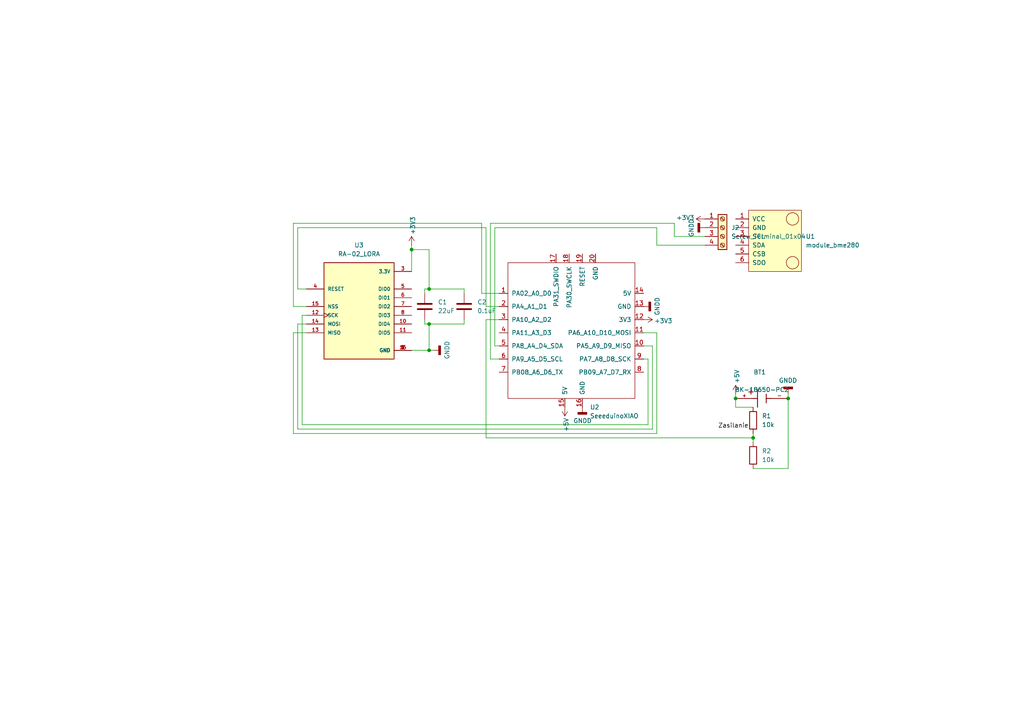
<source format=kicad_sch>
(kicad_sch (version 20230121) (generator eeschema)

  (uuid e5c2ed99-ec94-4e13-8a3f-11ab0b53aa42)

  (paper "A4")

  (lib_symbols
    (symbol "BK-18650-PC2:BK-18650-PC2" (pin_names (offset 1.016)) (in_bom yes) (on_board yes)
      (property "Reference" "BT" (at -3.81 3.81 0)
        (effects (font (size 1.27 1.27)) (justify left bottom))
      )
      (property "Value" "BK-18650-PC2" (at -3.81 -5.08 0)
        (effects (font (size 1.27 1.27)) (justify left bottom))
      )
      (property "Footprint" "BK-18650-PC2:BAT_BK-18650-PC2" (at 0 0 0)
        (effects (font (size 1.27 1.27)) (justify bottom) hide)
      )
      (property "Datasheet" "" (at 0 0 0)
        (effects (font (size 1.27 1.27)) hide)
      )
      (property "MF" "MPD (Memory Protection Devices)" (at 0 0 0)
        (effects (font (size 1.27 1.27)) (justify bottom) hide)
      )
      (property "MAXIMUM_PACKAGE_HEIGHT" "21.41 mm" (at 0 0 0)
        (effects (font (size 1.27 1.27)) (justify bottom) hide)
      )
      (property "Package" "None" (at 0 0 0)
        (effects (font (size 1.27 1.27)) (justify bottom) hide)
      )
      (property "Price" "None" (at 0 0 0)
        (effects (font (size 1.27 1.27)) (justify bottom) hide)
      )
      (property "Check_prices" "https://www.snapeda.com/parts/BK-18650-PC2/Memory+Protection+Devices/view-part/?ref=eda" (at 0 0 0)
        (effects (font (size 1.27 1.27)) (justify bottom) hide)
      )
      (property "STANDARD" "Manufacturer Recommendations" (at 0 0 0)
        (effects (font (size 1.27 1.27)) (justify bottom) hide)
      )
      (property "PARTREV" "F" (at 0 0 0)
        (effects (font (size 1.27 1.27)) (justify bottom) hide)
      )
      (property "SnapEDA_Link" "https://www.snapeda.com/parts/BK-18650-PC2/Memory+Protection+Devices/view-part/?ref=snap" (at 0 0 0)
        (effects (font (size 1.27 1.27)) (justify bottom) hide)
      )
      (property "MP" "BK-18650-PC2" (at 0 0 0)
        (effects (font (size 1.27 1.27)) (justify bottom) hide)
      )
      (property "Description" "\nBattery Holder (Open) 18650 1 Cell PC Pin\n" (at 0 0 0)
        (effects (font (size 1.27 1.27)) (justify bottom) hide)
      )
      (property "Availability" "In Stock" (at 0 0 0)
        (effects (font (size 1.27 1.27)) (justify bottom) hide)
      )
      (property "MANUFACTURER" "MPD" (at 0 0 0)
        (effects (font (size 1.27 1.27)) (justify bottom) hide)
      )
      (symbol "BK-18650-PC2_0_0"
        (polyline
          (pts
            (xy -3.81 1.905)
            (xy -2.54 1.905)
          )
          (stroke (width 0.254) (type default))
          (fill (type none))
        )
        (polyline
          (pts
            (xy -3.175 2.54)
            (xy -3.175 1.27)
          )
          (stroke (width 0.254) (type default))
          (fill (type none))
        )
        (polyline
          (pts
            (xy -1.27 0)
            (xy -2.54 0)
          )
          (stroke (width 0.254) (type default))
          (fill (type none))
        )
        (polyline
          (pts
            (xy -1.27 0)
            (xy -1.27 -2.54)
          )
          (stroke (width 0.254) (type default))
          (fill (type none))
        )
        (polyline
          (pts
            (xy -1.27 2.54)
            (xy -1.27 0)
          )
          (stroke (width 0.254) (type default))
          (fill (type none))
        )
        (polyline
          (pts
            (xy 1.27 0)
            (xy 1.27 -1.27)
          )
          (stroke (width 0.254) (type default))
          (fill (type none))
        )
        (polyline
          (pts
            (xy 1.27 0)
            (xy 2.54 0)
          )
          (stroke (width 0.254) (type default))
          (fill (type none))
        )
        (polyline
          (pts
            (xy 1.27 1.27)
            (xy 1.27 0)
          )
          (stroke (width 0.254) (type default))
          (fill (type none))
        )
        (pin passive line (at -7.62 0 0) (length 5.08)
          (name "~" (effects (font (size 1.016 1.016))))
          (number "+" (effects (font (size 1.016 1.016))))
        )
        (pin passive line (at 7.62 0 180) (length 5.08)
          (name "~" (effects (font (size 1.016 1.016))))
          (number "-" (effects (font (size 1.016 1.016))))
        )
      )
    )
    (symbol "Connector:Screw_Terminal_01x04" (pin_names (offset 1.016) hide) (in_bom yes) (on_board yes)
      (property "Reference" "J" (at 0 5.08 0)
        (effects (font (size 1.27 1.27)))
      )
      (property "Value" "Screw_Terminal_01x04" (at 0 -7.62 0)
        (effects (font (size 1.27 1.27)))
      )
      (property "Footprint" "" (at 0 0 0)
        (effects (font (size 1.27 1.27)) hide)
      )
      (property "Datasheet" "~" (at 0 0 0)
        (effects (font (size 1.27 1.27)) hide)
      )
      (property "ki_keywords" "screw terminal" (at 0 0 0)
        (effects (font (size 1.27 1.27)) hide)
      )
      (property "ki_description" "Generic screw terminal, single row, 01x04, script generated (kicad-library-utils/schlib/autogen/connector/)" (at 0 0 0)
        (effects (font (size 1.27 1.27)) hide)
      )
      (property "ki_fp_filters" "TerminalBlock*:*" (at 0 0 0)
        (effects (font (size 1.27 1.27)) hide)
      )
      (symbol "Screw_Terminal_01x04_1_1"
        (rectangle (start -1.27 3.81) (end 1.27 -6.35)
          (stroke (width 0.254) (type default))
          (fill (type background))
        )
        (circle (center 0 -5.08) (radius 0.635)
          (stroke (width 0.1524) (type default))
          (fill (type none))
        )
        (circle (center 0 -2.54) (radius 0.635)
          (stroke (width 0.1524) (type default))
          (fill (type none))
        )
        (polyline
          (pts
            (xy -0.5334 -4.7498)
            (xy 0.3302 -5.588)
          )
          (stroke (width 0.1524) (type default))
          (fill (type none))
        )
        (polyline
          (pts
            (xy -0.5334 -2.2098)
            (xy 0.3302 -3.048)
          )
          (stroke (width 0.1524) (type default))
          (fill (type none))
        )
        (polyline
          (pts
            (xy -0.5334 0.3302)
            (xy 0.3302 -0.508)
          )
          (stroke (width 0.1524) (type default))
          (fill (type none))
        )
        (polyline
          (pts
            (xy -0.5334 2.8702)
            (xy 0.3302 2.032)
          )
          (stroke (width 0.1524) (type default))
          (fill (type none))
        )
        (polyline
          (pts
            (xy -0.3556 -4.572)
            (xy 0.508 -5.4102)
          )
          (stroke (width 0.1524) (type default))
          (fill (type none))
        )
        (polyline
          (pts
            (xy -0.3556 -2.032)
            (xy 0.508 -2.8702)
          )
          (stroke (width 0.1524) (type default))
          (fill (type none))
        )
        (polyline
          (pts
            (xy -0.3556 0.508)
            (xy 0.508 -0.3302)
          )
          (stroke (width 0.1524) (type default))
          (fill (type none))
        )
        (polyline
          (pts
            (xy -0.3556 3.048)
            (xy 0.508 2.2098)
          )
          (stroke (width 0.1524) (type default))
          (fill (type none))
        )
        (circle (center 0 0) (radius 0.635)
          (stroke (width 0.1524) (type default))
          (fill (type none))
        )
        (circle (center 0 2.54) (radius 0.635)
          (stroke (width 0.1524) (type default))
          (fill (type none))
        )
        (pin passive line (at -5.08 2.54 0) (length 3.81)
          (name "Pin_1" (effects (font (size 1.27 1.27))))
          (number "1" (effects (font (size 1.27 1.27))))
        )
        (pin passive line (at -5.08 0 0) (length 3.81)
          (name "Pin_2" (effects (font (size 1.27 1.27))))
          (number "2" (effects (font (size 1.27 1.27))))
        )
        (pin passive line (at -5.08 -2.54 0) (length 3.81)
          (name "Pin_3" (effects (font (size 1.27 1.27))))
          (number "3" (effects (font (size 1.27 1.27))))
        )
        (pin passive line (at -5.08 -5.08 0) (length 3.81)
          (name "Pin_4" (effects (font (size 1.27 1.27))))
          (number "4" (effects (font (size 1.27 1.27))))
        )
      )
    )
    (symbol "Device:C" (pin_numbers hide) (pin_names (offset 0.254)) (in_bom yes) (on_board yes)
      (property "Reference" "C" (at 0.635 2.54 0)
        (effects (font (size 1.27 1.27)) (justify left))
      )
      (property "Value" "C" (at 0.635 -2.54 0)
        (effects (font (size 1.27 1.27)) (justify left))
      )
      (property "Footprint" "" (at 0.9652 -3.81 0)
        (effects (font (size 1.27 1.27)) hide)
      )
      (property "Datasheet" "~" (at 0 0 0)
        (effects (font (size 1.27 1.27)) hide)
      )
      (property "ki_keywords" "cap capacitor" (at 0 0 0)
        (effects (font (size 1.27 1.27)) hide)
      )
      (property "ki_description" "Unpolarized capacitor" (at 0 0 0)
        (effects (font (size 1.27 1.27)) hide)
      )
      (property "ki_fp_filters" "C_*" (at 0 0 0)
        (effects (font (size 1.27 1.27)) hide)
      )
      (symbol "C_0_1"
        (polyline
          (pts
            (xy -2.032 -0.762)
            (xy 2.032 -0.762)
          )
          (stroke (width 0.508) (type default))
          (fill (type none))
        )
        (polyline
          (pts
            (xy -2.032 0.762)
            (xy 2.032 0.762)
          )
          (stroke (width 0.508) (type default))
          (fill (type none))
        )
      )
      (symbol "C_1_1"
        (pin passive line (at 0 3.81 270) (length 2.794)
          (name "~" (effects (font (size 1.27 1.27))))
          (number "1" (effects (font (size 1.27 1.27))))
        )
        (pin passive line (at 0 -3.81 90) (length 2.794)
          (name "~" (effects (font (size 1.27 1.27))))
          (number "2" (effects (font (size 1.27 1.27))))
        )
      )
    )
    (symbol "Device:R" (pin_numbers hide) (pin_names (offset 0)) (in_bom yes) (on_board yes)
      (property "Reference" "R" (at 2.032 0 90)
        (effects (font (size 1.27 1.27)))
      )
      (property "Value" "R" (at 0 0 90)
        (effects (font (size 1.27 1.27)))
      )
      (property "Footprint" "" (at -1.778 0 90)
        (effects (font (size 1.27 1.27)) hide)
      )
      (property "Datasheet" "~" (at 0 0 0)
        (effects (font (size 1.27 1.27)) hide)
      )
      (property "ki_keywords" "R res resistor" (at 0 0 0)
        (effects (font (size 1.27 1.27)) hide)
      )
      (property "ki_description" "Resistor" (at 0 0 0)
        (effects (font (size 1.27 1.27)) hide)
      )
      (property "ki_fp_filters" "R_*" (at 0 0 0)
        (effects (font (size 1.27 1.27)) hide)
      )
      (symbol "R_0_1"
        (rectangle (start -1.016 -2.54) (end 1.016 2.54)
          (stroke (width 0.254) (type default))
          (fill (type none))
        )
      )
      (symbol "R_1_1"
        (pin passive line (at 0 3.81 270) (length 1.27)
          (name "~" (effects (font (size 1.27 1.27))))
          (number "1" (effects (font (size 1.27 1.27))))
        )
        (pin passive line (at 0 -3.81 90) (length 1.27)
          (name "~" (effects (font (size 1.27 1.27))))
          (number "2" (effects (font (size 1.27 1.27))))
        )
      )
    )
    (symbol "RA-02_LORA:RA-02_LORA" (pin_names (offset 1.016)) (in_bom yes) (on_board yes)
      (property "Reference" "U" (at -10.16 16.51 0)
        (effects (font (size 1.27 1.27)) (justify left bottom))
      )
      (property "Value" "RA-02_LORA" (at -10.16 -13.97 0)
        (effects (font (size 1.27 1.27)) (justify left top))
      )
      (property "Footprint" "RA-02_LORA:MODULE_RA-02_LORA" (at 0 0 0)
        (effects (font (size 1.27 1.27)) (justify bottom) hide)
      )
      (property "Datasheet" "" (at 0 0 0)
        (effects (font (size 1.27 1.27)) hide)
      )
      (property "MF" "AI-Thinker" (at 0 0 0)
        (effects (font (size 1.27 1.27)) (justify bottom) hide)
      )
      (property "MAXIMUM_PACKAGE_HEIGHT" "3.3mm" (at 0 0 0)
        (effects (font (size 1.27 1.27)) (justify bottom) hide)
      )
      (property "Package" "None" (at 0 0 0)
        (effects (font (size 1.27 1.27)) (justify bottom) hide)
      )
      (property "Price" "None" (at 0 0 0)
        (effects (font (size 1.27 1.27)) (justify bottom) hide)
      )
      (property "Check_prices" "https://www.snapeda.com/parts/Ra-02%20LoRa/AI-Thinker/view-part/?ref=eda" (at 0 0 0)
        (effects (font (size 1.27 1.27)) (justify bottom) hide)
      )
      (property "STANDARD" "Manufacturer Recommendations" (at 0 0 0)
        (effects (font (size 1.27 1.27)) (justify bottom) hide)
      )
      (property "PARTREV" "2018/03/02" (at 0 0 0)
        (effects (font (size 1.27 1.27)) (justify bottom) hide)
      )
      (property "SnapEDA_Link" "https://www.snapeda.com/parts/Ra-02%20LoRa/AI-Thinker/view-part/?ref=snap" (at 0 0 0)
        (effects (font (size 1.27 1.27)) (justify bottom) hide)
      )
      (property "MP" "Ra-02 LoRa" (at 0 0 0)
        (effects (font (size 1.27 1.27)) (justify bottom) hide)
      )
      (property "Description" "\nRa-02 LoRa RF M5Stack Platform Evaluation Expansion Board\n" (at 0 0 0)
        (effects (font (size 1.27 1.27)) (justify bottom) hide)
      )
      (property "Availability" "Not in stock" (at 0 0 0)
        (effects (font (size 1.27 1.27)) (justify bottom) hide)
      )
      (property "MANUFACTURER" "Ai-Thinker" (at 0 0 0)
        (effects (font (size 1.27 1.27)) (justify bottom) hide)
      )
      (symbol "RA-02_LORA_0_0"
        (rectangle (start -10.16 -12.7) (end 10.16 15.24)
          (stroke (width 0.254) (type default))
          (fill (type background))
        )
        (pin power_in line (at 15.24 -10.16 180) (length 5.08)
          (name "GND" (effects (font (size 1.016 1.016))))
          (number "1" (effects (font (size 1.016 1.016))))
        )
        (pin bidirectional line (at 15.24 -2.54 180) (length 5.08)
          (name "DI04" (effects (font (size 1.016 1.016))))
          (number "10" (effects (font (size 1.016 1.016))))
        )
        (pin bidirectional line (at 15.24 -5.08 180) (length 5.08)
          (name "DI05" (effects (font (size 1.016 1.016))))
          (number "11" (effects (font (size 1.016 1.016))))
        )
        (pin input clock (at -15.24 0 0) (length 5.08)
          (name "SCK" (effects (font (size 1.016 1.016))))
          (number "12" (effects (font (size 1.016 1.016))))
        )
        (pin output line (at -15.24 -5.08 0) (length 5.08)
          (name "MISO" (effects (font (size 1.016 1.016))))
          (number "13" (effects (font (size 1.016 1.016))))
        )
        (pin input line (at -15.24 -2.54 0) (length 5.08)
          (name "MOSI" (effects (font (size 1.016 1.016))))
          (number "14" (effects (font (size 1.016 1.016))))
        )
        (pin input line (at -15.24 2.54 0) (length 5.08)
          (name "NSS" (effects (font (size 1.016 1.016))))
          (number "15" (effects (font (size 1.016 1.016))))
        )
        (pin power_in line (at 15.24 -10.16 180) (length 5.08)
          (name "GND" (effects (font (size 1.016 1.016))))
          (number "16" (effects (font (size 1.016 1.016))))
        )
        (pin power_in line (at 15.24 -10.16 180) (length 5.08)
          (name "GND" (effects (font (size 1.016 1.016))))
          (number "2" (effects (font (size 1.016 1.016))))
        )
        (pin power_in line (at 15.24 12.7 180) (length 5.08)
          (name "3.3V" (effects (font (size 1.016 1.016))))
          (number "3" (effects (font (size 1.016 1.016))))
        )
        (pin input line (at -15.24 7.62 0) (length 5.08)
          (name "RESET" (effects (font (size 1.016 1.016))))
          (number "4" (effects (font (size 1.016 1.016))))
        )
        (pin bidirectional line (at 15.24 7.62 180) (length 5.08)
          (name "DI00" (effects (font (size 1.016 1.016))))
          (number "5" (effects (font (size 1.016 1.016))))
        )
        (pin bidirectional line (at 15.24 5.08 180) (length 5.08)
          (name "DI01" (effects (font (size 1.016 1.016))))
          (number "6" (effects (font (size 1.016 1.016))))
        )
        (pin bidirectional line (at 15.24 2.54 180) (length 5.08)
          (name "DI02" (effects (font (size 1.016 1.016))))
          (number "7" (effects (font (size 1.016 1.016))))
        )
        (pin bidirectional line (at 15.24 0 180) (length 5.08)
          (name "DI03" (effects (font (size 1.016 1.016))))
          (number "8" (effects (font (size 1.016 1.016))))
        )
        (pin power_in line (at 15.24 -10.16 180) (length 5.08)
          (name "GND" (effects (font (size 1.016 1.016))))
          (number "9" (effects (font (size 1.016 1.016))))
        )
      )
    )
    (symbol "Seeeduino XIAO:SeeeduinoXIAO" (pin_names (offset 1.016)) (in_bom yes) (on_board yes)
      (property "Reference" "U" (at -19.05 22.86 0)
        (effects (font (size 1.27 1.27)))
      )
      (property "Value" "SeeeduinoXIAO" (at -12.7 21.59 0)
        (effects (font (size 1.27 1.27)))
      )
      (property "Footprint" "" (at -8.89 5.08 0)
        (effects (font (size 1.27 1.27)) hide)
      )
      (property "Datasheet" "" (at -8.89 5.08 0)
        (effects (font (size 1.27 1.27)) hide)
      )
      (symbol "SeeeduinoXIAO_0_1"
        (rectangle (start -19.05 20.32) (end 17.78 -19.05)
          (stroke (width 0) (type solid))
          (fill (type none))
        )
      )
      (symbol "SeeeduinoXIAO_1_1"
        (pin unspecified line (at -21.59 11.43 0) (length 2.54)
          (name "PA02_A0_D0" (effects (font (size 1.27 1.27))))
          (number "1" (effects (font (size 1.27 1.27))))
        )
        (pin unspecified line (at 20.32 -3.81 180) (length 2.54)
          (name "PA5_A9_D9_MISO" (effects (font (size 1.27 1.27))))
          (number "10" (effects (font (size 1.27 1.27))))
        )
        (pin unspecified line (at 20.32 0 180) (length 2.54)
          (name "PA6_A10_D10_MOSI" (effects (font (size 1.27 1.27))))
          (number "11" (effects (font (size 1.27 1.27))))
        )
        (pin unspecified line (at 20.32 3.81 180) (length 2.54)
          (name "3V3" (effects (font (size 1.27 1.27))))
          (number "12" (effects (font (size 1.27 1.27))))
        )
        (pin unspecified line (at 20.32 7.62 180) (length 2.54)
          (name "GND" (effects (font (size 1.27 1.27))))
          (number "13" (effects (font (size 1.27 1.27))))
        )
        (pin unspecified line (at 20.32 11.43 180) (length 2.54)
          (name "5V" (effects (font (size 1.27 1.27))))
          (number "14" (effects (font (size 1.27 1.27))))
        )
        (pin input line (at -2.54 -21.59 90) (length 2.54)
          (name "5V" (effects (font (size 1.27 1.27))))
          (number "15" (effects (font (size 1.27 1.27))))
        )
        (pin input line (at 2.54 -21.59 90) (length 2.54)
          (name "GND" (effects (font (size 1.27 1.27))))
          (number "16" (effects (font (size 1.27 1.27))))
        )
        (pin input line (at -5.08 22.86 270) (length 2.54)
          (name "PA31_SWDIO" (effects (font (size 1.27 1.27))))
          (number "17" (effects (font (size 1.27 1.27))))
        )
        (pin input line (at -1.27 22.86 270) (length 2.54)
          (name "PA30_SWCLK" (effects (font (size 1.27 1.27))))
          (number "18" (effects (font (size 1.27 1.27))))
        )
        (pin input line (at 2.54 22.86 270) (length 2.54)
          (name "RESET" (effects (font (size 1.27 1.27))))
          (number "19" (effects (font (size 1.27 1.27))))
        )
        (pin unspecified line (at -21.59 7.62 0) (length 2.54)
          (name "PA4_A1_D1" (effects (font (size 1.27 1.27))))
          (number "2" (effects (font (size 1.27 1.27))))
        )
        (pin input line (at 6.35 22.86 270) (length 2.54)
          (name "GND" (effects (font (size 1.27 1.27))))
          (number "20" (effects (font (size 1.27 1.27))))
        )
        (pin unspecified line (at -21.59 3.81 0) (length 2.54)
          (name "PA10_A2_D2" (effects (font (size 1.27 1.27))))
          (number "3" (effects (font (size 1.27 1.27))))
        )
        (pin unspecified line (at -21.59 0 0) (length 2.54)
          (name "PA11_A3_D3" (effects (font (size 1.27 1.27))))
          (number "4" (effects (font (size 1.27 1.27))))
        )
        (pin unspecified line (at -21.59 -3.81 0) (length 2.54)
          (name "PA8_A4_D4_SDA" (effects (font (size 1.27 1.27))))
          (number "5" (effects (font (size 1.27 1.27))))
        )
        (pin unspecified line (at -21.59 -7.62 0) (length 2.54)
          (name "PA9_A5_D5_SCL" (effects (font (size 1.27 1.27))))
          (number "6" (effects (font (size 1.27 1.27))))
        )
        (pin unspecified line (at -21.59 -11.43 0) (length 2.54)
          (name "PB08_A6_D6_TX" (effects (font (size 1.27 1.27))))
          (number "7" (effects (font (size 1.27 1.27))))
        )
        (pin unspecified line (at 20.32 -11.43 180) (length 2.54)
          (name "PB09_A7_D7_RX" (effects (font (size 1.27 1.27))))
          (number "8" (effects (font (size 1.27 1.27))))
        )
        (pin unspecified line (at 20.32 -7.62 180) (length 2.54)
          (name "PA7_A8_D8_SCK" (effects (font (size 1.27 1.27))))
          (number "9" (effects (font (size 1.27 1.27))))
        )
      )
    )
    (symbol "power:+3.3V" (power) (pin_names (offset 0)) (in_bom yes) (on_board yes)
      (property "Reference" "#PWR" (at 0 -3.81 0)
        (effects (font (size 1.27 1.27)) hide)
      )
      (property "Value" "+3.3V" (at 0 3.556 0)
        (effects (font (size 1.27 1.27)))
      )
      (property "Footprint" "" (at 0 0 0)
        (effects (font (size 1.27 1.27)) hide)
      )
      (property "Datasheet" "" (at 0 0 0)
        (effects (font (size 1.27 1.27)) hide)
      )
      (property "ki_keywords" "power-flag" (at 0 0 0)
        (effects (font (size 1.27 1.27)) hide)
      )
      (property "ki_description" "Power symbol creates a global label with name \"+3.3V\"" (at 0 0 0)
        (effects (font (size 1.27 1.27)) hide)
      )
      (symbol "+3.3V_0_1"
        (polyline
          (pts
            (xy -0.762 1.27)
            (xy 0 2.54)
          )
          (stroke (width 0) (type default))
          (fill (type none))
        )
        (polyline
          (pts
            (xy 0 0)
            (xy 0 2.54)
          )
          (stroke (width 0) (type default))
          (fill (type none))
        )
        (polyline
          (pts
            (xy 0 2.54)
            (xy 0.762 1.27)
          )
          (stroke (width 0) (type default))
          (fill (type none))
        )
      )
      (symbol "+3.3V_1_1"
        (pin power_in line (at 0 0 90) (length 0) hide
          (name "+3V3" (effects (font (size 1.27 1.27))))
          (number "1" (effects (font (size 1.27 1.27))))
        )
      )
    )
    (symbol "power:+5V" (power) (pin_names (offset 0)) (in_bom yes) (on_board yes)
      (property "Reference" "#PWR" (at 0 -3.81 0)
        (effects (font (size 1.27 1.27)) hide)
      )
      (property "Value" "+5V" (at 0 3.556 0)
        (effects (font (size 1.27 1.27)))
      )
      (property "Footprint" "" (at 0 0 0)
        (effects (font (size 1.27 1.27)) hide)
      )
      (property "Datasheet" "" (at 0 0 0)
        (effects (font (size 1.27 1.27)) hide)
      )
      (property "ki_keywords" "power-flag" (at 0 0 0)
        (effects (font (size 1.27 1.27)) hide)
      )
      (property "ki_description" "Power symbol creates a global label with name \"+5V\"" (at 0 0 0)
        (effects (font (size 1.27 1.27)) hide)
      )
      (symbol "+5V_0_1"
        (polyline
          (pts
            (xy -0.762 1.27)
            (xy 0 2.54)
          )
          (stroke (width 0) (type default))
          (fill (type none))
        )
        (polyline
          (pts
            (xy 0 0)
            (xy 0 2.54)
          )
          (stroke (width 0) (type default))
          (fill (type none))
        )
        (polyline
          (pts
            (xy 0 2.54)
            (xy 0.762 1.27)
          )
          (stroke (width 0) (type default))
          (fill (type none))
        )
      )
      (symbol "+5V_1_1"
        (pin power_in line (at 0 0 90) (length 0) hide
          (name "+5V" (effects (font (size 1.27 1.27))))
          (number "1" (effects (font (size 1.27 1.27))))
        )
      )
    )
    (symbol "power:GNDD" (power) (pin_names (offset 0)) (in_bom yes) (on_board yes)
      (property "Reference" "#PWR" (at 0 -6.35 0)
        (effects (font (size 1.27 1.27)) hide)
      )
      (property "Value" "GNDD" (at 0 -3.175 0)
        (effects (font (size 1.27 1.27)))
      )
      (property "Footprint" "" (at 0 0 0)
        (effects (font (size 1.27 1.27)) hide)
      )
      (property "Datasheet" "" (at 0 0 0)
        (effects (font (size 1.27 1.27)) hide)
      )
      (property "ki_keywords" "power-flag" (at 0 0 0)
        (effects (font (size 1.27 1.27)) hide)
      )
      (property "ki_description" "Power symbol creates a global label with name \"GNDD\" , digital ground" (at 0 0 0)
        (effects (font (size 1.27 1.27)) hide)
      )
      (symbol "GNDD_0_1"
        (rectangle (start -1.27 -1.524) (end 1.27 -2.032)
          (stroke (width 0.254) (type default))
          (fill (type outline))
        )
        (polyline
          (pts
            (xy 0 0)
            (xy 0 -1.524)
          )
          (stroke (width 0) (type default))
          (fill (type none))
        )
      )
      (symbol "GNDD_1_1"
        (pin power_in line (at 0 0 270) (length 0) hide
          (name "GNDD" (effects (font (size 1.27 1.27))))
          (number "1" (effects (font (size 1.27 1.27))))
        )
      )
    )
    (symbol "usini_sensors:module_bme280" (pin_names (offset 1.016)) (in_bom yes) (on_board yes)
      (property "Reference" "U" (at 3.81 11.43 0)
        (effects (font (size 1.27 1.27)))
      )
      (property "Value" "module_bme280" (at 11.43 -8.89 0)
        (effects (font (size 1.27 1.27)))
      )
      (property "Footprint" "usini_sensors:module_bme280" (at 12.7 -11.43 0)
        (effects (font (size 1.27 1.27)) hide)
      )
      (property "Datasheet" "" (at 0 0 0)
        (effects (font (size 1.27 1.27)) hide)
      )
      (symbol "module_bme280_0_1"
        (rectangle (start 3.81 -7.62) (end 19.05 10.16)
          (stroke (width 0) (type default))
          (fill (type background))
        )
        (circle (center 16.51 -5.08) (radius 1.8034)
          (stroke (width 0) (type default))
          (fill (type none))
        )
        (circle (center 16.51 7.62) (radius 1.8034)
          (stroke (width 0) (type default))
          (fill (type none))
        )
      )
      (symbol "module_bme280_1_1"
        (pin passive line (at 0 7.62 0) (length 3.81)
          (name "VCC" (effects (font (size 1.27 1.27))))
          (number "1" (effects (font (size 1.27 1.27))))
        )
        (pin passive line (at 0 5.08 0) (length 3.81)
          (name "GND" (effects (font (size 1.27 1.27))))
          (number "2" (effects (font (size 1.27 1.27))))
        )
        (pin passive line (at 0 2.54 0) (length 3.81)
          (name "SCL" (effects (font (size 1.27 1.27))))
          (number "3" (effects (font (size 1.27 1.27))))
        )
        (pin passive line (at 0 0 0) (length 3.81)
          (name "SDA" (effects (font (size 1.27 1.27))))
          (number "4" (effects (font (size 1.27 1.27))))
        )
        (pin passive line (at 0 -2.54 0) (length 3.81)
          (name "CSB" (effects (font (size 1.27 1.27))))
          (number "5" (effects (font (size 1.27 1.27))))
        )
        (pin passive line (at 0 -5.08 0) (length 3.81)
          (name "SDO" (effects (font (size 1.27 1.27))))
          (number "6" (effects (font (size 1.27 1.27))))
        )
      )
    )
  )

  (junction (at 228.6 115.57) (diameter 0) (color 0 0 0 0)
    (uuid 048aeef5-f5a7-4cd2-9970-c1f251aaec9c)
  )
  (junction (at 124.46 93.98) (diameter 0) (color 0 0 0 0)
    (uuid 0bf0c546-cdf5-4111-ae6a-a6931509956c)
  )
  (junction (at 124.46 83.82) (diameter 0) (color 0 0 0 0)
    (uuid 1f9577e8-69e1-49d4-8845-6808d0e94e08)
  )
  (junction (at 213.36 115.57) (diameter 0) (color 0 0 0 0)
    (uuid 8753c0da-f9bd-443c-b46c-24bdd43aef68)
  )
  (junction (at 119.38 72.39) (diameter 0) (color 0 0 0 0)
    (uuid 92d934a8-9796-4d8f-a811-e23eb713a4b7)
  )
  (junction (at 218.44 127) (diameter 0) (color 0 0 0 0)
    (uuid b28fe052-52e5-4f5b-86ae-609ddb0069af)
  )
  (junction (at 124.46 101.6) (diameter 0) (color 0 0 0 0)
    (uuid d0147d97-befd-466a-b04b-8502c93f712d)
  )

  (wire (pts (xy 85.09 88.9) (xy 88.9 88.9))
    (stroke (width 0) (type default))
    (uuid 0575524f-5e56-4aaf-95c1-904c2ed955a0)
  )
  (wire (pts (xy 119.38 101.6) (xy 124.46 101.6))
    (stroke (width 0) (type default))
    (uuid 07e00a2e-0658-45d9-949c-a9b6a93147ec)
  )
  (wire (pts (xy 190.5 96.52) (xy 190.5 125.73))
    (stroke (width 0) (type default))
    (uuid 08804cf3-2fd2-446f-a26c-af1e3986e9c3)
  )
  (wire (pts (xy 85.09 64.77) (xy 85.09 88.9))
    (stroke (width 0) (type default))
    (uuid 12f61102-9f54-4403-b42a-8571e3a3b75c)
  )
  (wire (pts (xy 140.97 92.71) (xy 144.78 92.71))
    (stroke (width 0) (type default))
    (uuid 132a2236-0fed-4d6d-b349-80517b33c67f)
  )
  (wire (pts (xy 123.19 92.71) (xy 123.19 93.98))
    (stroke (width 0) (type default))
    (uuid 158cf718-eded-40f5-bb8b-8c8d53b19497)
  )
  (wire (pts (xy 228.6 114.3) (xy 228.6 115.57))
    (stroke (width 0) (type default))
    (uuid 17d0d49c-2248-46b7-9564-2cc07e488d5c)
  )
  (wire (pts (xy 218.44 127) (xy 218.44 128.27))
    (stroke (width 0) (type default))
    (uuid 183c25af-4c06-497e-a4c1-0e9e5a802a82)
  )
  (wire (pts (xy 123.19 83.82) (xy 124.46 83.82))
    (stroke (width 0) (type default))
    (uuid 1b2f7a9b-72c6-4bb2-b2f2-1659c7a8d83d)
  )
  (wire (pts (xy 124.46 83.82) (xy 134.62 83.82))
    (stroke (width 0) (type default))
    (uuid 20fb0bd8-8716-49a8-ac61-76f870f9422f)
  )
  (wire (pts (xy 119.38 78.74) (xy 119.38 72.39))
    (stroke (width 0) (type default))
    (uuid 282e9594-5163-426f-be58-c1545d10344c)
  )
  (wire (pts (xy 187.96 104.14) (xy 187.96 123.19))
    (stroke (width 0) (type default))
    (uuid 298e0c2c-4e93-48f0-af0a-1b171840e547)
  )
  (wire (pts (xy 87.63 91.44) (xy 88.9 91.44))
    (stroke (width 0) (type default))
    (uuid 2b09ef1a-b792-4926-8811-85988f61835b)
  )
  (wire (pts (xy 134.62 92.71) (xy 134.62 93.98))
    (stroke (width 0) (type default))
    (uuid 2f6d6d53-c180-43af-9d17-7a03804d7331)
  )
  (wire (pts (xy 87.63 123.19) (xy 87.63 91.44))
    (stroke (width 0) (type default))
    (uuid 3b0a7ddb-b949-4a7b-97f2-ddd9b22c3951)
  )
  (wire (pts (xy 86.36 83.82) (xy 88.9 83.82))
    (stroke (width 0) (type default))
    (uuid 3b543933-70b1-452f-950b-97e2e6302dff)
  )
  (wire (pts (xy 85.09 125.73) (xy 85.09 96.52))
    (stroke (width 0) (type default))
    (uuid 3ce616a9-bdad-4365-a4d6-ff2b1e6e7d98)
  )
  (wire (pts (xy 195.58 68.58) (xy 204.47 68.58))
    (stroke (width 0) (type default))
    (uuid 3f71a5c3-5a71-4c40-93d6-b7223a67e4ec)
  )
  (wire (pts (xy 186.69 104.14) (xy 187.96 104.14))
    (stroke (width 0) (type default))
    (uuid 419545bc-30ff-4c7d-86fa-d23d12c146c4)
  )
  (wire (pts (xy 186.69 96.52) (xy 190.5 96.52))
    (stroke (width 0) (type default))
    (uuid 429b0e4d-9552-43eb-b169-fee7642b0f17)
  )
  (wire (pts (xy 140.97 127) (xy 140.97 92.71))
    (stroke (width 0) (type default))
    (uuid 451c8559-6793-4f68-ad8c-d7d714028798)
  )
  (wire (pts (xy 228.6 115.57) (xy 228.6 135.89))
    (stroke (width 0) (type default))
    (uuid 46349dc4-a64c-447c-ab4d-0f4af0f93976)
  )
  (wire (pts (xy 124.46 93.98) (xy 134.62 93.98))
    (stroke (width 0) (type default))
    (uuid 47ec48f5-bc75-4423-8331-bd37941a0def)
  )
  (wire (pts (xy 213.36 118.11) (xy 218.44 118.11))
    (stroke (width 0) (type default))
    (uuid 49c37f81-2dc7-43c2-9eb7-c3b75dfa095b)
  )
  (wire (pts (xy 218.44 135.89) (xy 228.6 135.89))
    (stroke (width 0) (type default))
    (uuid 4d97eb11-0989-4b42-8b4e-9276bc6d6e66)
  )
  (wire (pts (xy 119.38 72.39) (xy 119.38 71.12))
    (stroke (width 0) (type default))
    (uuid 4fd97309-83d4-44dd-aa5f-e2f6d2a301e7)
  )
  (wire (pts (xy 218.44 125.73) (xy 218.44 127))
    (stroke (width 0) (type default))
    (uuid 50097411-f67a-4ac1-be83-cc34db3bf1eb)
  )
  (wire (pts (xy 143.51 66.04) (xy 143.51 100.33))
    (stroke (width 0) (type default))
    (uuid 5041a41c-4ada-414c-aab4-76e4c8463f8a)
  )
  (wire (pts (xy 143.51 100.33) (xy 144.78 100.33))
    (stroke (width 0) (type default))
    (uuid 64aa9236-9fee-43fc-ba46-2361d9eb289d)
  )
  (wire (pts (xy 86.36 66.04) (xy 140.97 66.04))
    (stroke (width 0) (type default))
    (uuid 64cff67d-7ad7-4818-a79e-62dcc7a6583b)
  )
  (wire (pts (xy 186.69 100.33) (xy 189.23 100.33))
    (stroke (width 0) (type default))
    (uuid 761bc3b8-4389-417f-9b1a-38f4ffdc08da)
  )
  (wire (pts (xy 140.97 66.04) (xy 140.97 88.9))
    (stroke (width 0) (type default))
    (uuid 7cfc6874-e6eb-4cd1-9578-44cf6cc87b1e)
  )
  (wire (pts (xy 190.5 125.73) (xy 85.09 125.73))
    (stroke (width 0) (type default))
    (uuid 7d0fbefb-f0cb-4daf-9efa-8a1621fbb4bb)
  )
  (wire (pts (xy 86.36 93.98) (xy 88.9 93.98))
    (stroke (width 0) (type default))
    (uuid 823aaac5-6773-4f3b-b523-2b966783e79f)
  )
  (wire (pts (xy 218.44 127) (xy 140.97 127))
    (stroke (width 0) (type default))
    (uuid 877573ad-8952-49aa-be21-40c41a303a32)
  )
  (wire (pts (xy 189.23 100.33) (xy 189.23 124.46))
    (stroke (width 0) (type default))
    (uuid 8b9fab32-0f44-4503-b84b-66103d464518)
  )
  (wire (pts (xy 195.58 64.77) (xy 142.24 64.77))
    (stroke (width 0) (type default))
    (uuid 91869f9c-6cbc-4b06-9b31-d3bf3de62da6)
  )
  (wire (pts (xy 123.19 93.98) (xy 124.46 93.98))
    (stroke (width 0) (type default))
    (uuid 936cf6a0-a765-42de-b8a7-1f510b64d1e2)
  )
  (wire (pts (xy 140.97 88.9) (xy 144.78 88.9))
    (stroke (width 0) (type default))
    (uuid 968569bc-5465-439d-85b3-94e84f822017)
  )
  (wire (pts (xy 190.5 71.12) (xy 204.47 71.12))
    (stroke (width 0) (type default))
    (uuid 9b98210e-261d-4fc4-a0a2-d1ea8c499938)
  )
  (wire (pts (xy 134.62 83.82) (xy 134.62 85.09))
    (stroke (width 0) (type default))
    (uuid a079658a-0225-42fd-a8d8-d626d1d181f2)
  )
  (wire (pts (xy 123.19 85.09) (xy 123.19 83.82))
    (stroke (width 0) (type default))
    (uuid a1172299-2827-4fa0-b8a0-917b06ebba6b)
  )
  (wire (pts (xy 189.23 124.46) (xy 86.36 124.46))
    (stroke (width 0) (type default))
    (uuid a224ced2-ab2c-41a8-98ff-16f447a9c94c)
  )
  (wire (pts (xy 139.7 64.77) (xy 85.09 64.77))
    (stroke (width 0) (type default))
    (uuid a58727b5-6a00-47db-a7c2-315d25a9bbc1)
  )
  (wire (pts (xy 86.36 83.82) (xy 86.36 66.04))
    (stroke (width 0) (type default))
    (uuid ab4812b7-0a40-47a9-9541-b1168a008079)
  )
  (wire (pts (xy 213.36 114.3) (xy 213.36 115.57))
    (stroke (width 0) (type default))
    (uuid b046af9c-fb74-405a-91ec-cd81c0320c85)
  )
  (wire (pts (xy 195.58 64.77) (xy 195.58 68.58))
    (stroke (width 0) (type default))
    (uuid b2002541-54ce-43be-9f01-146827fca969)
  )
  (wire (pts (xy 85.09 96.52) (xy 88.9 96.52))
    (stroke (width 0) (type default))
    (uuid c17c783a-078c-4b88-a281-4dfd8e4506e5)
  )
  (wire (pts (xy 190.5 71.12) (xy 190.5 66.04))
    (stroke (width 0) (type default))
    (uuid c4b51105-8ce0-4d32-972b-2ba5fbdb9e78)
  )
  (wire (pts (xy 213.36 115.57) (xy 213.36 118.11))
    (stroke (width 0) (type default))
    (uuid c61cf661-dae8-456e-b1c3-400f58ba934d)
  )
  (wire (pts (xy 142.24 64.77) (xy 142.24 104.14))
    (stroke (width 0) (type default))
    (uuid c9fc12cd-67ee-47fe-8830-bb767f2de30a)
  )
  (wire (pts (xy 124.46 83.82) (xy 124.46 72.39))
    (stroke (width 0) (type default))
    (uuid cced825e-aae7-4136-b509-64bc288295d0)
  )
  (wire (pts (xy 142.24 104.14) (xy 144.78 104.14))
    (stroke (width 0) (type default))
    (uuid d5bb595b-8c3b-4e8a-ac76-a2ef036fbed3)
  )
  (wire (pts (xy 139.7 85.09) (xy 139.7 64.77))
    (stroke (width 0) (type default))
    (uuid d5cc911c-ca5f-4ed4-829a-cc19fa2bf71d)
  )
  (wire (pts (xy 125.73 101.6) (xy 124.46 101.6))
    (stroke (width 0) (type default))
    (uuid dadba1d7-b8be-4ab7-bf42-f54c7d324e7a)
  )
  (wire (pts (xy 124.46 93.98) (xy 124.46 101.6))
    (stroke (width 0) (type default))
    (uuid db82e19d-dc59-492c-987c-1bdbd0011866)
  )
  (wire (pts (xy 124.46 72.39) (xy 119.38 72.39))
    (stroke (width 0) (type default))
    (uuid e6ea0c5f-6811-41cc-aa6e-00d61e11f949)
  )
  (wire (pts (xy 144.78 85.09) (xy 139.7 85.09))
    (stroke (width 0) (type default))
    (uuid ecc4aacc-2a90-4497-b3d4-50ca268e23f8)
  )
  (wire (pts (xy 187.96 123.19) (xy 87.63 123.19))
    (stroke (width 0) (type default))
    (uuid ed7a60f4-83e8-44aa-973e-d77d3bc30394)
  )
  (wire (pts (xy 86.36 124.46) (xy 86.36 93.98))
    (stroke (width 0) (type default))
    (uuid ee1bff84-4604-46eb-b3ec-411ef0c8d1bf)
  )
  (wire (pts (xy 190.5 66.04) (xy 143.51 66.04))
    (stroke (width 0) (type default))
    (uuid f5d4b24f-fe0d-45f5-9de4-14928adee9b7)
  )

  (label "Zasilanie" (at 208.28 124.46 0) (fields_autoplaced)
    (effects (font (size 1.27 1.27)) (justify left bottom))
    (uuid 5b909ca6-a601-4431-911f-ef7a31ed4196)
  )

  (symbol (lib_id "Device:C") (at 134.62 88.9 0) (unit 1)
    (in_bom yes) (on_board yes) (dnp no) (fields_autoplaced)
    (uuid 1032783a-7b5d-408d-a5c6-6e1a29d1f160)
    (property "Reference" "C2" (at 138.43 87.63 0)
      (effects (font (size 1.27 1.27)) (justify left))
    )
    (property "Value" "0.1uF" (at 138.43 90.17 0)
      (effects (font (size 1.27 1.27)) (justify left))
    )
    (property "Footprint" "Capacitor_SMD:C_0603_1608Metric" (at 135.5852 92.71 0)
      (effects (font (size 1.27 1.27)) hide)
    )
    (property "Datasheet" "~" (at 134.62 88.9 0)
      (effects (font (size 1.27 1.27)) hide)
    )
    (pin "1" (uuid e40a8854-88cd-4188-93f4-27314110e31c))
    (pin "2" (uuid 01337c6e-a7b8-488a-8110-c2fdf1df4725))
    (instances
      (project "esp32c3"
        (path "/e5c2ed99-ec94-4e13-8a3f-11ab0b53aa42"
          (reference "C2") (unit 1)
        )
      )
      (project "BeaglebonePCBmałyC"
        (path "/e63e39d7-6ac0-4ffd-8aa3-1841a4541b55"
          (reference "C2") (unit 1)
        )
      )
    )
  )

  (symbol (lib_id "power:+5V") (at 163.83 118.11 0) (mirror x) (unit 1)
    (in_bom yes) (on_board yes) (dnp no)
    (uuid 16bcd6ab-65b9-4b2b-b561-6a364f03d9b6)
    (property "Reference" "#PWR010" (at 163.83 114.3 0)
      (effects (font (size 1.27 1.27)) hide)
    )
    (property "Value" "+5V" (at 164.211 121.158 90)
      (effects (font (size 1.27 1.27)) (justify left))
    )
    (property "Footprint" "" (at 163.83 118.11 0)
      (effects (font (size 1.524 1.524)))
    )
    (property "Datasheet" "" (at 163.83 118.11 0)
      (effects (font (size 1.524 1.524)))
    )
    (pin "1" (uuid 9ea5597f-ae76-42f0-8ffa-524bb1b4c297))
    (instances
      (project "esp32c3"
        (path "/e5c2ed99-ec94-4e13-8a3f-11ab0b53aa42"
          (reference "#PWR010") (unit 1)
        )
      )
      (project "BeaglebonePCBmałyC"
        (path "/e63e39d7-6ac0-4ffd-8aa3-1841a4541b55"
          (reference "#PWR07") (unit 1)
        )
      )
    )
  )

  (symbol (lib_id "power:+3.3V") (at 119.38 71.12 0) (unit 1)
    (in_bom yes) (on_board yes) (dnp no)
    (uuid 197901b4-421c-42cc-bcc9-f05b6db36fcb)
    (property "Reference" "#PWR01" (at 119.38 74.93 0)
      (effects (font (size 1.27 1.27)) hide)
    )
    (property "Value" "+3V3" (at 119.7356 68.072 90)
      (effects (font (size 1.27 1.27)) (justify left))
    )
    (property "Footprint" "" (at 119.38 71.12 0)
      (effects (font (size 1.524 1.524)))
    )
    (property "Datasheet" "" (at 119.38 71.12 0)
      (effects (font (size 1.524 1.524)))
    )
    (pin "1" (uuid db7782bb-331f-4cd6-9cb6-d3785e4f2ed0))
    (instances
      (project "esp32c3"
        (path "/e5c2ed99-ec94-4e13-8a3f-11ab0b53aa42"
          (reference "#PWR01") (unit 1)
        )
      )
      (project "BeaglebonePCBmałyC"
        (path "/e63e39d7-6ac0-4ffd-8aa3-1841a4541b55"
          (reference "#PWR08") (unit 1)
        )
      )
    )
  )

  (symbol (lib_id "power:+3.3V") (at 186.69 92.71 270) (unit 1)
    (in_bom yes) (on_board yes) (dnp no)
    (uuid 1cbbb296-dddf-422b-85e0-c83387343507)
    (property "Reference" "#PWR02" (at 182.88 92.71 0)
      (effects (font (size 1.27 1.27)) hide)
    )
    (property "Value" "+3V3" (at 189.738 93.0656 90)
      (effects (font (size 1.27 1.27)) (justify left))
    )
    (property "Footprint" "" (at 186.69 92.71 0)
      (effects (font (size 1.524 1.524)))
    )
    (property "Datasheet" "" (at 186.69 92.71 0)
      (effects (font (size 1.524 1.524)))
    )
    (pin "1" (uuid c8b81c71-9e8c-4cef-8671-bdfbb4eace04))
    (instances
      (project "esp32c3"
        (path "/e5c2ed99-ec94-4e13-8a3f-11ab0b53aa42"
          (reference "#PWR02") (unit 1)
        )
      )
      (project "BeaglebonePCBmałyC"
        (path "/e63e39d7-6ac0-4ffd-8aa3-1841a4541b55"
          (reference "#PWR08") (unit 1)
        )
      )
    )
  )

  (symbol (lib_id "Device:C") (at 123.19 88.9 0) (unit 1)
    (in_bom yes) (on_board yes) (dnp no) (fields_autoplaced)
    (uuid 24b1934e-c78a-4553-b5de-cc6b7bbd46d1)
    (property "Reference" "C1" (at 127 87.63 0)
      (effects (font (size 1.27 1.27)) (justify left))
    )
    (property "Value" "22uF" (at 127 90.17 0)
      (effects (font (size 1.27 1.27)) (justify left))
    )
    (property "Footprint" "Capacitor_SMD:C_0603_1608Metric" (at 124.1552 92.71 0)
      (effects (font (size 1.27 1.27)) hide)
    )
    (property "Datasheet" "~" (at 123.19 88.9 0)
      (effects (font (size 1.27 1.27)) hide)
    )
    (pin "1" (uuid b3f9d6da-a148-416c-8018-c00a0a8ff159))
    (pin "2" (uuid 18fc2799-34a3-4218-a9b4-c434ef582be2))
    (instances
      (project "esp32c3"
        (path "/e5c2ed99-ec94-4e13-8a3f-11ab0b53aa42"
          (reference "C1") (unit 1)
        )
      )
      (project "BeaglebonePCBmałyC"
        (path "/e63e39d7-6ac0-4ffd-8aa3-1841a4541b55"
          (reference "C1") (unit 1)
        )
      )
    )
  )

  (symbol (lib_id "power:GNDD") (at 125.73 101.6 90) (unit 1)
    (in_bom yes) (on_board yes) (dnp no)
    (uuid 37284f01-6cfc-4a44-a1af-85a17faf442e)
    (property "Reference" "#PWR05" (at 132.08 101.6 0)
      (effects (font (size 1.27 1.27)) hide)
    )
    (property "Value" "GNDD" (at 129.6734 101.5492 0)
      (effects (font (size 1.27 1.27)))
    )
    (property "Footprint" "" (at 125.73 101.6 0)
      (effects (font (size 1.27 1.27)) hide)
    )
    (property "Datasheet" "" (at 125.73 101.6 0)
      (effects (font (size 1.27 1.27)) hide)
    )
    (pin "1" (uuid 15a06130-43d1-43ed-88f5-644d9d7917a0))
    (instances
      (project "esp32c3"
        (path "/e5c2ed99-ec94-4e13-8a3f-11ab0b53aa42"
          (reference "#PWR05") (unit 1)
        )
      )
      (project "BeaglebonePCBmałyC"
        (path "/e63e39d7-6ac0-4ffd-8aa3-1841a4541b55"
          (reference "#PWR0106") (unit 1)
        )
      )
    )
  )

  (symbol (lib_id "power:GNDD") (at 204.47 66.04 270) (unit 1)
    (in_bom yes) (on_board yes) (dnp no)
    (uuid 3baca233-cf50-4045-bd7d-a20472d1e0d6)
    (property "Reference" "#PWR04" (at 198.12 66.04 0)
      (effects (font (size 1.27 1.27)) hide)
    )
    (property "Value" "GNDD" (at 200.5266 66.0908 0)
      (effects (font (size 1.27 1.27)))
    )
    (property "Footprint" "" (at 204.47 66.04 0)
      (effects (font (size 1.27 1.27)) hide)
    )
    (property "Datasheet" "" (at 204.47 66.04 0)
      (effects (font (size 1.27 1.27)) hide)
    )
    (pin "1" (uuid 91eaeec5-f461-4524-b7f2-a04dc7533db5))
    (instances
      (project "esp32c3"
        (path "/e5c2ed99-ec94-4e13-8a3f-11ab0b53aa42"
          (reference "#PWR04") (unit 1)
        )
      )
      (project "BeaglebonePCBmałyC"
        (path "/e63e39d7-6ac0-4ffd-8aa3-1841a4541b55"
          (reference "#PWR0106") (unit 1)
        )
      )
    )
  )

  (symbol (lib_id "power:GNDD") (at 168.91 118.11 0) (unit 1)
    (in_bom yes) (on_board yes) (dnp no)
    (uuid 3eb3e0ae-6a8a-47ac-879e-5e7a4cf6d6d6)
    (property "Reference" "#PWR011" (at 168.91 124.46 0)
      (effects (font (size 1.27 1.27)) hide)
    )
    (property "Value" "GNDD" (at 168.9608 122.0534 0)
      (effects (font (size 1.27 1.27)))
    )
    (property "Footprint" "" (at 168.91 118.11 0)
      (effects (font (size 1.27 1.27)) hide)
    )
    (property "Datasheet" "" (at 168.91 118.11 0)
      (effects (font (size 1.27 1.27)) hide)
    )
    (pin "1" (uuid 0ba3f1d6-aae5-4edd-92d3-af213b793d66))
    (instances
      (project "esp32c3"
        (path "/e5c2ed99-ec94-4e13-8a3f-11ab0b53aa42"
          (reference "#PWR011") (unit 1)
        )
      )
      (project "BeaglebonePCBmałyC"
        (path "/e63e39d7-6ac0-4ffd-8aa3-1841a4541b55"
          (reference "#PWR0106") (unit 1)
        )
      )
    )
  )

  (symbol (lib_id "Device:R") (at 218.44 121.92 0) (unit 1)
    (in_bom yes) (on_board yes) (dnp no) (fields_autoplaced)
    (uuid 3f7135d7-33db-4823-a032-4deae0ac6e47)
    (property "Reference" "R1" (at 220.98 120.65 0)
      (effects (font (size 1.27 1.27)) (justify left))
    )
    (property "Value" "10k" (at 220.98 123.19 0)
      (effects (font (size 1.27 1.27)) (justify left))
    )
    (property "Footprint" "Resistor_SMD:R_0603_1608Metric" (at 216.662 121.92 90)
      (effects (font (size 1.27 1.27)) hide)
    )
    (property "Datasheet" "~" (at 218.44 121.92 0)
      (effects (font (size 1.27 1.27)) hide)
    )
    (pin "1" (uuid a32c228f-1ab9-44de-845e-5aada30233ee))
    (pin "2" (uuid 70953107-ba37-44d7-849e-8a5a9c51cbe6))
    (instances
      (project "esp32c3"
        (path "/e5c2ed99-ec94-4e13-8a3f-11ab0b53aa42"
          (reference "R1") (unit 1)
        )
      )
    )
  )

  (symbol (lib_id "power:+5V") (at 213.36 114.3 0) (unit 1)
    (in_bom yes) (on_board yes) (dnp no)
    (uuid 410dc431-516f-44b8-98e4-949fc1f1f1c9)
    (property "Reference" "#PWR09" (at 213.36 118.11 0)
      (effects (font (size 1.27 1.27)) hide)
    )
    (property "Value" "+5V" (at 213.741 111.252 90)
      (effects (font (size 1.27 1.27)) (justify left))
    )
    (property "Footprint" "" (at 213.36 114.3 0)
      (effects (font (size 1.524 1.524)))
    )
    (property "Datasheet" "" (at 213.36 114.3 0)
      (effects (font (size 1.524 1.524)))
    )
    (pin "1" (uuid 32dec0ca-6a0e-4ef5-9f33-da740a5ce0f5))
    (instances
      (project "esp32c3"
        (path "/e5c2ed99-ec94-4e13-8a3f-11ab0b53aa42"
          (reference "#PWR09") (unit 1)
        )
      )
      (project "BeaglebonePCBmałyC"
        (path "/e63e39d7-6ac0-4ffd-8aa3-1841a4541b55"
          (reference "#PWR07") (unit 1)
        )
      )
    )
  )

  (symbol (lib_id "Seeeduino XIAO:SeeeduinoXIAO") (at 166.37 96.52 0) (unit 1)
    (in_bom yes) (on_board yes) (dnp no) (fields_autoplaced)
    (uuid 54cf383b-f4a0-4ac3-b718-927ddfee711a)
    (property "Reference" "U2" (at 171.1041 118.11 0)
      (effects (font (size 1.27 1.27)) (justify left))
    )
    (property "Value" "SeeeduinoXIAO" (at 171.1041 120.65 0)
      (effects (font (size 1.27 1.27)) (justify left))
    )
    (property "Footprint" "Seeeduino XIAO KICAD:Seeeduino XIAO-MOUDLE14P-2.54-21X17.8MM" (at 157.48 91.44 0)
      (effects (font (size 1.27 1.27)) hide)
    )
    (property "Datasheet" "" (at 157.48 91.44 0)
      (effects (font (size 1.27 1.27)) hide)
    )
    (pin "14" (uuid 5befda1f-d81c-44fa-829b-52c6cb046e8e))
    (pin "4" (uuid b50e80e5-7077-4deb-a172-062b354130db))
    (pin "8" (uuid d7b4c2ec-a1d4-4e92-91d3-bbb40aed8535))
    (pin "9" (uuid 4765333c-ef3a-4ce6-9e53-b57dc478ae9b))
    (pin "15" (uuid 0125013f-032a-4db6-a7d7-44fecb58ffbc))
    (pin "1" (uuid a43f8da7-7830-4ba4-a914-bd59913aaba4))
    (pin "11" (uuid d0dc3912-5ef2-4308-9086-650b8123fbb3))
    (pin "2" (uuid 5064afad-4780-4a75-9f7a-0e626a21742a))
    (pin "6" (uuid 9ad305b6-8038-4607-a886-fca9e44d0bdb))
    (pin "13" (uuid 05ecc775-2f90-49de-8719-39a31f78d424))
    (pin "7" (uuid a3e37a8f-e6f5-4f5b-870d-21db4ccbb966))
    (pin "18" (uuid aca1965e-9206-410c-9b16-5559535aec40))
    (pin "19" (uuid c2241802-7f3e-4c73-8de4-23312c8a615c))
    (pin "12" (uuid cb6a796c-393b-47ff-907f-bd4f9013b873))
    (pin "10" (uuid 891d0ddc-9816-4066-b63a-a0a185ce39d3))
    (pin "20" (uuid 3ee5be30-8277-46f4-b805-fb49cf7f7d20))
    (pin "3" (uuid 469e08bd-a2e1-474c-8eef-aca44b95e93d))
    (pin "16" (uuid 1890b603-a0c6-48e4-8fb1-2105a144cd10))
    (pin "17" (uuid d51bf43f-d266-495e-8221-8782cf89b637))
    (pin "5" (uuid 5d70df7f-a50f-4b59-8a71-847d0f153303))
    (instances
      (project "esp32c3"
        (path "/e5c2ed99-ec94-4e13-8a3f-11ab0b53aa42"
          (reference "U2") (unit 1)
        )
      )
    )
  )

  (symbol (lib_id "RA-02_LORA:RA-02_LORA") (at 104.14 91.44 0) (unit 1)
    (in_bom yes) (on_board yes) (dnp no) (fields_autoplaced)
    (uuid 5b459d14-f0f4-409a-87e5-cb46ae7acd00)
    (property "Reference" "U3" (at 104.14 71.12 0)
      (effects (font (size 1.27 1.27)))
    )
    (property "Value" "RA-02_LORA" (at 104.14 73.66 0)
      (effects (font (size 1.27 1.27)))
    )
    (property "Footprint" "RA-02_LORA:MODULE_RA-02_LORA" (at 104.14 91.44 0)
      (effects (font (size 1.27 1.27)) (justify bottom) hide)
    )
    (property "Datasheet" "" (at 104.14 91.44 0)
      (effects (font (size 1.27 1.27)) hide)
    )
    (property "MF" "AI-Thinker" (at 104.14 91.44 0)
      (effects (font (size 1.27 1.27)) (justify bottom) hide)
    )
    (property "MAXIMUM_PACKAGE_HEIGHT" "3.3mm" (at 104.14 91.44 0)
      (effects (font (size 1.27 1.27)) (justify bottom) hide)
    )
    (property "Package" "None" (at 104.14 91.44 0)
      (effects (font (size 1.27 1.27)) (justify bottom) hide)
    )
    (property "Price" "None" (at 104.14 91.44 0)
      (effects (font (size 1.27 1.27)) (justify bottom) hide)
    )
    (property "Check_prices" "https://www.snapeda.com/parts/Ra-02%20LoRa/AI-Thinker/view-part/?ref=eda" (at 104.14 91.44 0)
      (effects (font (size 1.27 1.27)) (justify bottom) hide)
    )
    (property "STANDARD" "Manufacturer Recommendations" (at 104.14 91.44 0)
      (effects (font (size 1.27 1.27)) (justify bottom) hide)
    )
    (property "PARTREV" "2018/03/02" (at 104.14 91.44 0)
      (effects (font (size 1.27 1.27)) (justify bottom) hide)
    )
    (property "SnapEDA_Link" "https://www.snapeda.com/parts/Ra-02%20LoRa/AI-Thinker/view-part/?ref=snap" (at 104.14 91.44 0)
      (effects (font (size 1.27 1.27)) (justify bottom) hide)
    )
    (property "MP" "Ra-02 LoRa" (at 104.14 91.44 0)
      (effects (font (size 1.27 1.27)) (justify bottom) hide)
    )
    (property "Description" "\nRa-02 LoRa RF M5Stack Platform Evaluation Expansion Board\n" (at 104.14 91.44 0)
      (effects (font (size 1.27 1.27)) (justify bottom) hide)
    )
    (property "Availability" "Not in stock" (at 104.14 91.44 0)
      (effects (font (size 1.27 1.27)) (justify bottom) hide)
    )
    (property "MANUFACTURER" "Ai-Thinker" (at 104.14 91.44 0)
      (effects (font (size 1.27 1.27)) (justify bottom) hide)
    )
    (pin "15" (uuid d820e323-963b-4348-9340-5de27cdac702))
    (pin "16" (uuid 6a88cf00-db78-4276-830b-e10e92b1b263))
    (pin "6" (uuid 13d68b9b-6087-495c-b6c6-781cef832be7))
    (pin "8" (uuid 7126c8fb-a028-4447-b49a-70f0f1558c51))
    (pin "2" (uuid b7204d71-9788-4d86-aba4-da5c27e8dc28))
    (pin "4" (uuid 8c1f5465-77da-4703-939c-828f7a51d5d1))
    (pin "5" (uuid 1525bbc7-56f6-4b4c-9ec6-9648c5904fcb))
    (pin "7" (uuid dd295729-e924-49a3-8d5d-18c6447b7458))
    (pin "9" (uuid c4238231-1a44-4297-a647-e3282ba4e41e))
    (pin "3" (uuid 90863cbf-6ee4-4c4b-8b51-5ab58f84ec78))
    (pin "12" (uuid 82adf9ee-a2e0-410c-89b8-e0331053bbde))
    (pin "14" (uuid ec0a9109-9e09-49b9-b13b-8127e41eff3e))
    (pin "1" (uuid 21f1e4e3-d8d4-4284-9c70-965df40af3fa))
    (pin "13" (uuid d2804e8f-7842-4180-a2d7-4dec95bd8feb))
    (pin "10" (uuid 4d204891-8c9b-4e74-a139-8627e3202a4f))
    (pin "11" (uuid a0173289-64dc-403c-a0d8-1e1c6ccda9d2))
    (instances
      (project "esp32c3"
        (path "/e5c2ed99-ec94-4e13-8a3f-11ab0b53aa42"
          (reference "U3") (unit 1)
        )
      )
    )
  )

  (symbol (lib_id "BK-18650-PC2:BK-18650-PC2") (at 220.98 115.57 0) (unit 1)
    (in_bom yes) (on_board yes) (dnp no)
    (uuid 83251875-f8ac-4393-a0fc-7e016076464b)
    (property "Reference" "BT1" (at 220.345 107.95 0)
      (effects (font (size 1.27 1.27)))
    )
    (property "Value" "BK-18650-PC2" (at 220.98 113.03 0)
      (effects (font (size 1.27 1.27)))
    )
    (property "Footprint" "BK-18650-PC2:BAT_BK-18650-PC2" (at 220.98 115.57 0)
      (effects (font (size 1.27 1.27)) (justify bottom) hide)
    )
    (property "Datasheet" "" (at 220.98 115.57 0)
      (effects (font (size 1.27 1.27)) hide)
    )
    (property "MF" "MPD (Memory Protection Devices)" (at 220.98 115.57 0)
      (effects (font (size 1.27 1.27)) (justify bottom) hide)
    )
    (property "MAXIMUM_PACKAGE_HEIGHT" "21.41 mm" (at 220.98 115.57 0)
      (effects (font (size 1.27 1.27)) (justify bottom) hide)
    )
    (property "Package" "None" (at 220.98 115.57 0)
      (effects (font (size 1.27 1.27)) (justify bottom) hide)
    )
    (property "Price" "None" (at 220.98 115.57 0)
      (effects (font (size 1.27 1.27)) (justify bottom) hide)
    )
    (property "Check_prices" "https://www.snapeda.com/parts/BK-18650-PC2/Memory+Protection+Devices/view-part/?ref=eda" (at 220.98 115.57 0)
      (effects (font (size 1.27 1.27)) (justify bottom) hide)
    )
    (property "STANDARD" "Manufacturer Recommendations" (at 220.98 115.57 0)
      (effects (font (size 1.27 1.27)) (justify bottom) hide)
    )
    (property "PARTREV" "F" (at 220.98 115.57 0)
      (effects (font (size 1.27 1.27)) (justify bottom) hide)
    )
    (property "SnapEDA_Link" "https://www.snapeda.com/parts/BK-18650-PC2/Memory+Protection+Devices/view-part/?ref=snap" (at 220.98 115.57 0)
      (effects (font (size 1.27 1.27)) (justify bottom) hide)
    )
    (property "MP" "BK-18650-PC2" (at 220.98 115.57 0)
      (effects (font (size 1.27 1.27)) (justify bottom) hide)
    )
    (property "Description" "\nBattery Holder (Open) 18650 1 Cell PC Pin\n" (at 220.98 115.57 0)
      (effects (font (size 1.27 1.27)) (justify bottom) hide)
    )
    (property "Availability" "In Stock" (at 220.98 115.57 0)
      (effects (font (size 1.27 1.27)) (justify bottom) hide)
    )
    (property "MANUFACTURER" "MPD" (at 220.98 115.57 0)
      (effects (font (size 1.27 1.27)) (justify bottom) hide)
    )
    (pin "-" (uuid e260ce87-2ab1-48a3-aa28-fbd504a943b3))
    (pin "+" (uuid 379e7bc6-3927-4c22-8370-cb62c43fe727))
    (instances
      (project "esp32c3"
        (path "/e5c2ed99-ec94-4e13-8a3f-11ab0b53aa42"
          (reference "BT1") (unit 1)
        )
      )
    )
  )

  (symbol (lib_id "usini_sensors:module_bme280") (at 213.36 71.12 0) (unit 1)
    (in_bom yes) (on_board yes) (dnp no) (fields_autoplaced)
    (uuid a56ebfd4-2f75-4d1f-83b3-1ec1a3359358)
    (property "Reference" "U1" (at 233.68 68.58 0)
      (effects (font (size 1.27 1.27)) (justify left))
    )
    (property "Value" "module_bme280" (at 233.68 71.12 0)
      (effects (font (size 1.27 1.27)) (justify left))
    )
    (property "Footprint" "usini_sensors:module_bme280" (at 226.06 82.55 0)
      (effects (font (size 1.27 1.27)) hide)
    )
    (property "Datasheet" "" (at 213.36 71.12 0)
      (effects (font (size 1.27 1.27)) hide)
    )
    (pin "4" (uuid fe463051-8e70-474f-b198-c16bd88b7133))
    (pin "5" (uuid b358b85a-1a9c-4b6e-876d-13afaa752624))
    (pin "6" (uuid a9abdd98-2bf1-4682-aea6-63666d655644))
    (pin "2" (uuid b20d01ba-e9a3-4895-a11f-315e2c786d9a))
    (pin "1" (uuid ed4c70ad-93ee-4997-93aa-e199714b1dfa))
    (pin "3" (uuid 25e0623c-bcfe-412c-b459-797a89044250))
    (instances
      (project "esp32c3"
        (path "/e5c2ed99-ec94-4e13-8a3f-11ab0b53aa42"
          (reference "U1") (unit 1)
        )
      )
    )
  )

  (symbol (lib_id "Connector:Screw_Terminal_01x04") (at 209.55 66.04 0) (unit 1)
    (in_bom yes) (on_board yes) (dnp no) (fields_autoplaced)
    (uuid c3fb40cc-d377-419d-a9f5-b7ca2b872887)
    (property "Reference" "J2" (at 212.09 66.04 0)
      (effects (font (size 1.27 1.27)) (justify left))
    )
    (property "Value" "Screw_Terminal_01x04" (at 212.09 68.58 0)
      (effects (font (size 1.27 1.27)) (justify left))
    )
    (property "Footprint" "TerminalBlock_Phoenix:TerminalBlock_Phoenix_MKDS-1,5-4_1x04_P5.00mm_Horizontal" (at 209.55 66.04 0)
      (effects (font (size 1.27 1.27)) hide)
    )
    (property "Datasheet" "~" (at 209.55 66.04 0)
      (effects (font (size 1.27 1.27)) hide)
    )
    (pin "3" (uuid ee90bbb5-30b6-4562-afdc-f60c61acb389))
    (pin "4" (uuid f1a43a72-d405-459a-889c-645a76bf8b2d))
    (pin "2" (uuid 4ea09eea-b3ba-47b6-af1b-422159f0bab5))
    (pin "1" (uuid 6ec6ef59-f81a-45bc-a57b-09350a6f668a))
    (instances
      (project "esp32c3"
        (path "/e5c2ed99-ec94-4e13-8a3f-11ab0b53aa42"
          (reference "J2") (unit 1)
        )
      )
    )
  )

  (symbol (lib_id "power:GNDD") (at 186.69 88.9 90) (unit 1)
    (in_bom yes) (on_board yes) (dnp no)
    (uuid eaf8f9a9-73e5-492d-862a-361b01d9a33e)
    (property "Reference" "#PWR06" (at 193.04 88.9 0)
      (effects (font (size 1.27 1.27)) hide)
    )
    (property "Value" "GNDD" (at 190.6334 88.8492 0)
      (effects (font (size 1.27 1.27)))
    )
    (property "Footprint" "" (at 186.69 88.9 0)
      (effects (font (size 1.27 1.27)) hide)
    )
    (property "Datasheet" "" (at 186.69 88.9 0)
      (effects (font (size 1.27 1.27)) hide)
    )
    (pin "1" (uuid 11bcdce8-4e8d-4787-892d-62776dba8c1f))
    (instances
      (project "esp32c3"
        (path "/e5c2ed99-ec94-4e13-8a3f-11ab0b53aa42"
          (reference "#PWR06") (unit 1)
        )
      )
      (project "BeaglebonePCBmałyC"
        (path "/e63e39d7-6ac0-4ffd-8aa3-1841a4541b55"
          (reference "#PWR0106") (unit 1)
        )
      )
    )
  )

  (symbol (lib_id "power:+3.3V") (at 204.47 63.5 90) (unit 1)
    (in_bom yes) (on_board yes) (dnp no)
    (uuid ee3ecf68-63ed-47c0-a556-bad781a5389d)
    (property "Reference" "#PWR03" (at 208.28 63.5 0)
      (effects (font (size 1.27 1.27)) hide)
    )
    (property "Value" "+3V3" (at 201.422 63.1444 90)
      (effects (font (size 1.27 1.27)) (justify left))
    )
    (property "Footprint" "" (at 204.47 63.5 0)
      (effects (font (size 1.524 1.524)))
    )
    (property "Datasheet" "" (at 204.47 63.5 0)
      (effects (font (size 1.524 1.524)))
    )
    (pin "1" (uuid 564ad877-2637-437e-a4eb-13e859e41757))
    (instances
      (project "esp32c3"
        (path "/e5c2ed99-ec94-4e13-8a3f-11ab0b53aa42"
          (reference "#PWR03") (unit 1)
        )
      )
      (project "BeaglebonePCBmałyC"
        (path "/e63e39d7-6ac0-4ffd-8aa3-1841a4541b55"
          (reference "#PWR08") (unit 1)
        )
      )
    )
  )

  (symbol (lib_id "power:GNDD") (at 228.6 114.3 180) (unit 1)
    (in_bom yes) (on_board yes) (dnp no)
    (uuid f2a2bc85-3272-4ec0-950c-5d3ab4b6d719)
    (property "Reference" "#PWR08" (at 228.6 107.95 0)
      (effects (font (size 1.27 1.27)) hide)
    )
    (property "Value" "GNDD" (at 228.5492 110.3566 0)
      (effects (font (size 1.27 1.27)))
    )
    (property "Footprint" "" (at 228.6 114.3 0)
      (effects (font (size 1.27 1.27)) hide)
    )
    (property "Datasheet" "" (at 228.6 114.3 0)
      (effects (font (size 1.27 1.27)) hide)
    )
    (pin "1" (uuid b2f22bba-498a-44e9-8dce-4903599cbef4))
    (instances
      (project "esp32c3"
        (path "/e5c2ed99-ec94-4e13-8a3f-11ab0b53aa42"
          (reference "#PWR08") (unit 1)
        )
      )
      (project "BeaglebonePCBmałyC"
        (path "/e63e39d7-6ac0-4ffd-8aa3-1841a4541b55"
          (reference "#PWR0106") (unit 1)
        )
      )
    )
  )

  (symbol (lib_id "Device:R") (at 218.44 132.08 0) (unit 1)
    (in_bom yes) (on_board yes) (dnp no) (fields_autoplaced)
    (uuid f9f45996-2543-4e65-b36b-fff1a246048c)
    (property "Reference" "R2" (at 220.98 130.81 0)
      (effects (font (size 1.27 1.27)) (justify left))
    )
    (property "Value" "10k" (at 220.98 133.35 0)
      (effects (font (size 1.27 1.27)) (justify left))
    )
    (property "Footprint" "Resistor_SMD:R_0603_1608Metric" (at 216.662 132.08 90)
      (effects (font (size 1.27 1.27)) hide)
    )
    (property "Datasheet" "~" (at 218.44 132.08 0)
      (effects (font (size 1.27 1.27)) hide)
    )
    (pin "1" (uuid ed83426e-18f6-4772-b7e2-a860add6778f))
    (pin "2" (uuid b518e351-b098-4126-88bb-16693d979f55))
    (instances
      (project "esp32c3"
        (path "/e5c2ed99-ec94-4e13-8a3f-11ab0b53aa42"
          (reference "R2") (unit 1)
        )
      )
    )
  )

  (sheet_instances
    (path "/" (page "1"))
  )
)

</source>
